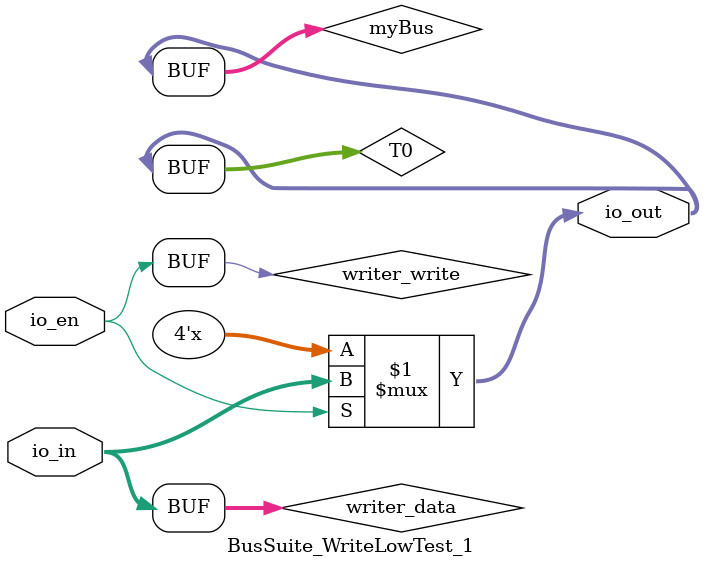
<source format=v>
module BusSuite_WriteLowTest_1(
    input [3:0] io_in,
    input  io_en,
    output[3:0] io_out
);

  wire[3:0] T0;
  wire[3:0] myBus;
  wire[3:0] writer_data;
  wire writer_write;


  assign io_out = T0;
  assign T0 = myBus;
  assign myBus = (writer_write) ? writer_data : 4'bzzzz;
  assign writer_data = io_in;
  assign writer_write = io_en;
endmodule


</source>
